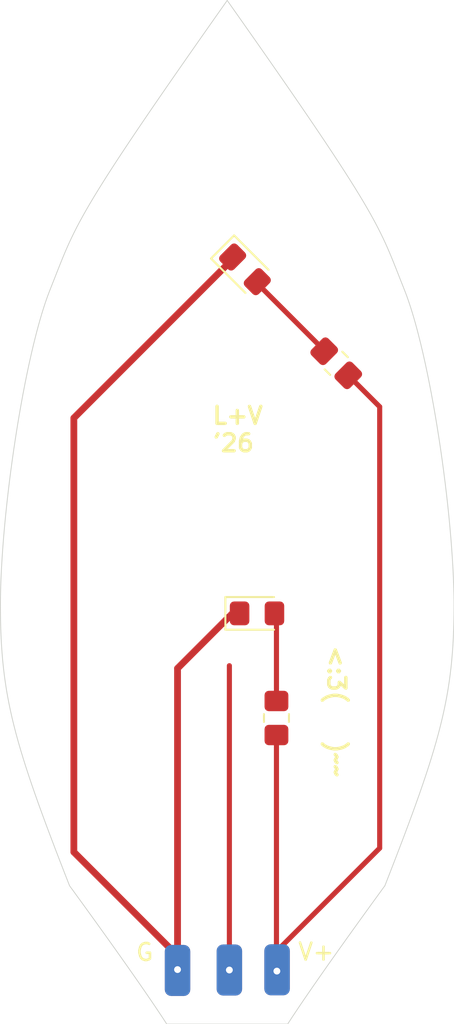
<source format=kicad_pcb>
(kicad_pcb (version 20241229) (generator "pcbnew") (generator_version "9.0")
  (layers (0 "F.Cu" signal) (2 "B.Cu" signal) (13 "F.Paste" user) (15 "B.Paste" user) (5 "F.SilkS" user "F.Silkscreen") (7 "B.SilkS" user "B.Silkscreen") (1 "F.Mask" user) (3 "B.Mask" user) (25 "Edge.Cuts" user))
  (net 0 "")
  (net 1 "Net-(D1-A)")
  (net 2 "GND")
  (net 3 "Net-(D2-A)")
  (net 4 "+3V")
  (footprint "Resistor_SMD:R_0805_2012Metric_Pad1.20x1.40mm_HandSolder" (layer "F.Cu") (at 155.407248 79.359648 135)
    (property "Reference" "R1" (hide yes))
    (property "Value" "470" (hide yes))
    (fp_line (start -0.227064 -0.735) (end 0.227064 -0.735) (stroke (width 0.12)) (layer "F.SilkS"))
    (fp_line (start -0.227064 0.735) (end 0.227064 0.735) (stroke (width 0.12)) (layer "F.SilkS"))
    (pad "1" smd roundrect (at -1 0 135) (size 1.2 1.4) (layers "F.Cu" "F.Mask" "F.Paste") (roundrect_rratio 0.208333) (net 4 "+3V"))
    (pad "2" smd roundrect (at 1 0 135) (size 1.2 1.4) (layers "F.Cu" "F.Mask" "F.Paste") (roundrect_rratio 0.208333) (net 1 "Net-(D1-A)"))
  )
  (footprint "Resistor_SMD:R_0805_2012Metric_Pad1.20x1.40mm_HandSolder" (layer "F.Cu") (at 151.892 100.203 90)
    (property "Reference" "R2" (hide yes))
    (property "Value" "470" (hide yes))
    (fp_line (start -0.227064 -0.735) (end 0.227064 -0.735) (stroke (width 0.12)) (layer "F.SilkS"))
    (fp_line (start -0.227064 0.735) (end 0.227064 0.735) (stroke (width 0.12)) (layer "F.SilkS"))
    (pad "1" smd roundrect (at -1 0 90) (size 1.2 1.4) (layers "F.Cu" "F.Mask" "F.Paste") (roundrect_rratio 0.208333) (net 4 "+3V"))
    (pad "2" smd roundrect (at 1 0 90) (size 1.2 1.4) (layers "F.Cu" "F.Mask" "F.Paste") (roundrect_rratio 0.208333) (net 3 "Net-(D2-A)"))
  )
  (footprint "Connector_Wire:SolderWirePad_1x01_SMD_1.5x3mm" (layer "F.Cu") (at 146.0754 115.0366)
    (property "Reference" "G" (at -1.9304 -1.0668 0) (layer "F.SilkS"))
    (property "Value" "SolderWirePad_1x01_SMD_1.5x3mm" (hide yes))
    (pad "1" smd roundrect (at 0 0) (size 1.5 3) (layers "F.Cu" "F.Mask") (net 2 "GND"))
  )
  (footprint "LED_SMD:LED_0805_2012Metric_Pad1.15x1.40mm_HandSolder" (layer "F.Cu") (at 150.040313 73.840313 -45)
    (property "Reference" "D1" (hide yes))
    (property "Value" "LED" (hide yes))
    (fp_line (start -1.86 0.96) (end 1 0.96) (stroke (width 0.12)) (layer "F.SilkS"))
    (fp_line (start -1.86 -0.96) (end -1.86 0.96) (stroke (width 0.12)) (layer "F.SilkS"))
    (fp_line (start 1 -0.96) (end -1.86 -0.96) (stroke (width 0.12)) (layer "F.SilkS"))
    (pad "1" smd roundrect (at -1.024999 0 315) (size 1.15 1.4) (layers "F.Cu" "F.Mask" "F.Paste") (roundrect_rratio 0.217391) (net 2 "GND"))
    (pad "2" smd roundrect (at 1.024999 0 315) (size 1.15 1.4) (layers "F.Cu" "F.Mask" "F.Paste") (roundrect_rratio 0.217391) (net 1 "Net-(D1-A)"))
  )
  (footprint "Connector_Wire:SolderWirePad_1x01_SMD_1.5x3mm" (layer "F.Cu") (at 151.92859 114.9985)
    (property "Reference" "REF**" (hide yes))
    (property "Value" "SolderWirePad_1x01_SMD_1.5x3mm" (hide yes))
    (pad "1" smd roundrect (at 0 0) (size 1.5 3) (layers "F.Cu" "F.Mask") (net 4 "+3V"))
  )
  (footprint "Connector_Wire:SolderWirePad_1x01_SMD_1.5x3mm" (layer "F.Cu") (at 149.1234 115.0112)
    (property "Reference" "REF**" (hide yes))
    (property "Value" "SolderWirePad_1x01_SMD_1.5x3mm" (hide yes))
    (pad "1" smd roundrect (at 0 0) (size 1.5 3) (layers "F.Cu" "F.Mask"))
  )
  (footprint "LED_SMD:LED_0805_2012Metric_Pad1.15x1.40mm_HandSolder" (layer "F.Cu") (at 150.749 94.0562)
    (property "Reference" "D2" (hide yes))
    (property "Value" "LED" (hide yes))
    (fp_line (start -1.86 -0.96) (end -1.86 0.96) (stroke (width 0.12)) (layer "F.SilkS"))
    (fp_line (start -1.86 0.96) (end 1 0.96) (stroke (width 0.12)) (layer "F.SilkS"))
    (fp_line (start 1 -0.96) (end -1.86 -0.96) (stroke (width 0.12)) (layer "F.SilkS"))
    (pad "1" smd roundrect (at -1.025 0) (size 1.15 1.4) (layers "F.Cu" "F.Mask" "F.Paste") (roundrect_rratio 0.217391) (net 2 "GND"))
    (pad "2" smd roundrect (at 1.025 0) (size 1.15 1.4) (layers "F.Cu" "F.Mask" "F.Paste") (roundrect_rratio 0.217391) (net 3 "Net-(D2-A)"))
  )
  (footprint "Connector_Wire:SolderWirePad_1x01_SMD_1.5x3mm" (layer "B.Cu") (at 151.92859 114.9985)
    (property "Reference" "REF**" (hide yes))
    (property "Value" "SolderWirePad_1x01_SMD_1.5x3mm" (hide yes))
    (pad "1" smd roundrect (at 0 0) (size 1.5 3) (layers "B.Cu" "B.Mask") (net 4 "+3V"))
  )
  (footprint "Connector_Wire:SolderWirePad_1x01_SMD_1.5x3mm" (layer "B.Cu") (at 146.0754 115.0366)
    (property "Reference" "GND" (hide yes))
    (property "Value" "SolderWirePad_1x01_SMD_1.5x3mm" (hide yes))
    (pad "1" smd roundrect (at 0 0) (size 1.5 3) (layers "B.Cu" "B.Mask") (net 2 "GND"))
  )
  (footprint "Connector_Wire:SolderWirePad_1x01_SMD_1.5x3mm" (layer "B.Cu") (at 149.1234 115.0112)
    (property "Reference" "REF**" (hide yes))
    (property "Value" "SolderWirePad_1x01_SMD_1.5x3mm" (hide yes))
    (pad "1" smd roundrect (at 0 0) (size 1.5 3) (layers "B.Cu" "B.Mask"))
  )
  (gr_curve (pts (xy 138.5824 75.0316) (xy 137.0584 78.8416) (xy 135.6614 88.2396) (xy 135.6614 93.5736)) (stroke (width 0.05)) (layer "Edge.Cuts"))
  (gr_line (start 152.5524 118.1862) (end 145.4404 118.1862) (stroke (width 0.05)) (layer "Edge.Cuts"))
  (gr_curve (pts (xy 135.6614 93.5736) (xy 135.6614 98.9076) (xy 136.4488 101.7016) (xy 139.7254 110.0582)) (stroke (width 0.05)) (layer "Edge.Cuts"))
  (gr_curve (pts (xy 148.9964 58.039) (xy 139.8524 70.993) (xy 140.1064 71.2216) (xy 138.5824 75.0316)) (stroke (width 0.05)) (layer "Edge.Cuts"))
  (gr_curve (pts (xy 159.4104 75.0316) (xy 160.9344 78.8416) (xy 162.3314 88.2396) (xy 162.3314 93.5736)) (stroke (width 0.05)) (layer "Edge.Cuts"))
  (gr_curve (pts (xy 158.2674 110.0582) (xy 153.8224 116.1542) (xy 152.5524 118.1862) (xy 152.5524 118.1862)) (stroke (width 0.05)) (layer "Edge.Cuts"))
  (gr_curve (pts (xy 139.7254 110.0582) (xy 144.1704 116.1542) (xy 145.4404 118.1862) (xy 145.4404 118.1862)) (stroke (width 0.05)) (layer "Edge.Cuts"))
  (gr_curve (pts (xy 148.9964 58.039) (xy 158.1404 70.993) (xy 157.8864 71.2216) (xy 159.4104 75.0316)) (stroke (width 0.05)) (layer "Edge.Cuts"))
  (gr_curve (pts (xy 162.3314 93.5736) (xy 162.3314 98.9076) (xy 161.544 101.7016) (xy 158.2674 110.0582)) (stroke (width 0.05)) (layer "Edge.Cuts"))
  (gr_text "L+V\n'26" (at 148.0312 84.6328 0) (layer "F.SilkS") (effects (font (size 1 1) (thickness 0.2) (bold yes)) (justify left bottom)))
  (gr_text "V+" (at 154.2288 113.9444 0) (layer "F.SilkS") (effects (font (size 1 1))))
  (gr_text "<:3(   )~~" (at 154.8384 95.8342 270) (layer "F.SilkS") (effects (font (size 1 1) (thickness 0.2) (bold yes)) (justify left bottom)))
  (segment (start 149.1234 115.0112) (end 149.1234 97.1296) (width 0.3) (layer "F.Cu") (net 0))
  (via (at 149.1234 115.0112) (size 0.6) (drill 0.4) (layers "F.Cu" "B.Cu") (net 0))
  (segment (start 150.703226 74.604826) (end 150.703226 74.503226) (width 0.3) (layer "F.Cu") (net 1))
  (segment (start 154.700141 78.652541) (end 154.700141 78.601741) (width 0.3) (layer "F.Cu") (net 1))
  (segment (start 154.700141 78.601741) (end 150.703226 74.604826) (width 0.3) (layer "F.Cu") (net 1))
  (segment (start 146.0754 115.0366) (end 146.0754 114.9858) (width 0.4) (layer "F.Cu") (net 2))
  (segment (start 146.0754 97.2866) (end 149.3058 94.0562) (width 0.4) (layer "F.Cu") (net 2))
  (segment (start 146.0754 114.174731) (end 139.9794 108.078731) (width 0.4) (layer "F.Cu") (net 2))
  (segment (start 139.9794 108.078731) (end 139.9794 82.5754) (width 0.4) (layer "F.Cu") (net 2))
  (segment (start 146.0754 114.9858) (end 146.0754 97.2866) (width 0.4) (layer "F.Cu") (net 2))
  (segment (start 139.9794 82.5754) (end 149.3774 73.1774) (width 0.4) (layer "F.Cu") (net 2))
  (segment (start 146.0754 115.0366) (end 146.0754 114.174731) (width 0.2) (layer "F.Cu") (net 2))
  (segment (start 149.3774 73.1774) (end 149.2758 73.1774) (width 0.4) (layer "F.Cu") (net 2))
  (segment (start 149.3058 94.0562) (end 149.724 94.0562) (width 0.4) (layer "F.Cu") (net 2))
  (via (at 146.0754 114.9858) (size 0.6) (drill 0.4) (layers "F.Cu" "B.Cu") (net 2))
  (segment (start 146.06421 115.0112) (end 146.06421 115.873069) (width 0.2) (layer "B.Cu") (net 2))
  (segment (start 151.892 99.203) (end 151.892 94.1742) (width 0.3) (layer "F.Cu") (net 3))
  (segment (start 151.6865 94.0562) (end 151.8135 94.0562) (width 0.2) (layer "F.Cu") (net 3))
  (segment (start 151.8135 94.0562) (end 151.8389 94.0308) (width 0.2) (layer "F.Cu") (net 3))
  (segment (start 151.892 94.1742) (end 151.774 94.0562) (width 0.2) (layer "F.Cu") (net 3))
  (segment (start 157.9626 107.8484) (end 157.9626 81.915) (width 0.3) (layer "F.Cu") (net 4))
  (segment (start 157.9626 81.915) (end 156.114355 80.066755) (width 0.3) (layer "F.Cu") (net 4))
  (segment (start 151.92859 113.88241) (end 157.9626 107.8484) (width 0.3) (layer "F.Cu") (net 4))
  (segment (start 151.92859 114.9985) (end 151.92859 113.88241) (width 0.3) (layer "F.Cu") (net 4))
  (segment (start 151.92859 114.9985) (end 151.92859 113.7031) (width 0.2) (layer "F.Cu") (net 4))
  (segment (start 151.72539 114.7953) (end 151.92859 114.9985) (width 0.2) (layer "F.Cu") (net 4))
  (segment (start 151.892 101.203) (end 151.892 114.808) (width 0.3) (layer "F.Cu") (net 4))
  (via (at 151.9174 115.0747) (size 0.6) (drill 0.4) (layers "F.Cu" "B.Cu") (net 4))
  (segment (start 151.9174 115.0747) (end 151.9174 116.3193) (width 0.2) (layer "B.Cu") (net 4))
  (segment (start 151.7142 115.2271) (end 151.9174 115.0239) (width 0.2) (layer "B.Cu") (net 4))
  (segment (start 151.9174 115.0239) (end 151.9174 115.0747) (width 0.2) (layer "B.Cu") (net 4))
)
</source>
